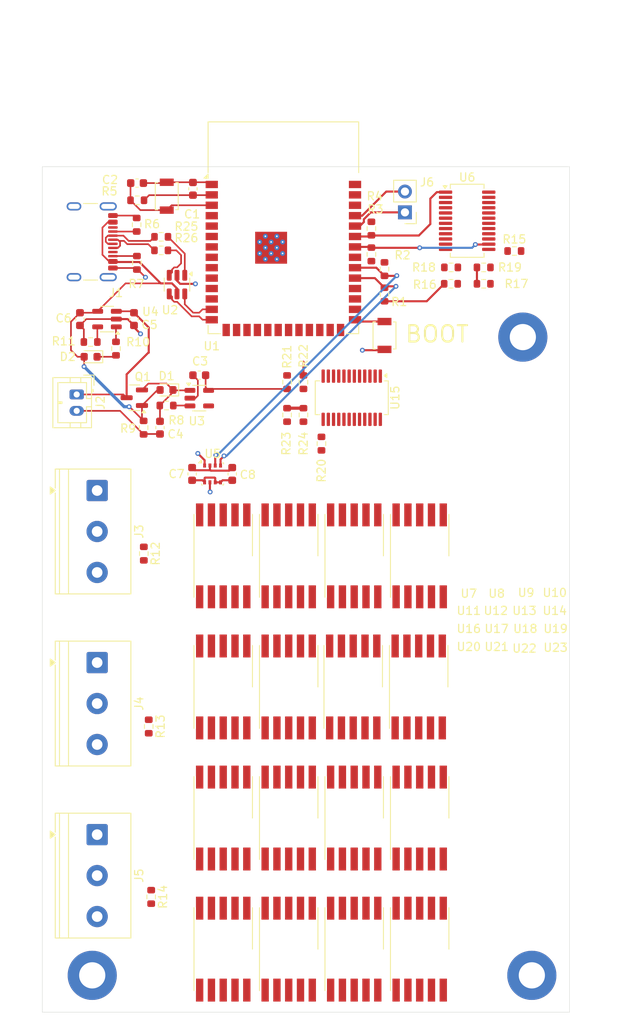
<source format=kicad_pcb>
(kicad_pcb (version 20241229) (generator "pcbnew") (generator_version "9.0")
  (layers (0 "F.Cu" signal) (4 "In1.Cu" signal) (6 "In2.Cu" signal) (2 "B.Cu" signal) (13 "F.Paste" user) (15 "B.Paste" user) (5 "F.SilkS" user "F.Silkscreen") (7 "B.SilkS" user "B.Silkscreen") (1 "F.Mask" user) (3 "B.Mask" user) (25 "Edge.Cuts" user))
  (net 0 "")
  (net 1 "+3V3")
  (net 2 "GND")
  (net 3 "/EN")
  (net 4 "Net-(D1-K)")
  (net 5 "+BATT")
  (net 6 "VBUS")
  (net 7 "Net-(U5-CSB)")
  (net 8 "Net-(D2-K)")
  (net 10 "Net-(J1-CC1)")
  (net 13 "Net-(J1-CC2)")
  (net 15 "/ONEWIRE_0")
  (net 16 "/ONEWIRE_1")
  (net 17 "/ONEWIRE_2")
  (net 18 "Net-(J6-Pin_1)")
  (net 19 "Net-(J6-Pin_2)")
  (net 20 "/SDA0")
  (net 21 "/SCL0")
  (net 22 "/SDA1")
  (net 23 "/SCL1")
  (net 24 "Net-(U3-EN)")
  (net 25 "Net-(U4-STAT)")
  (net 26 "Net-(U4-PROG)")
  (net 27 "Net-(U6-ISET)")
  (net 28 "Net-(U6-KEYA)")
  (net 29 "Net-(U6-KEYB)")
  (net 30 "Net-(U15-ISET)")
  (net 31 "Net-(U15-KEYA)")
  (net 32 "Net-(U15-KEYB)")
  (net 33 "/BOOT")
  (net 45 "/LED_DRIVER_IRQ1")
  (net 48 "/USB_D+")
  (net 54 "/LED_DRIVER_IRQ0")
  (net 55 "/USB_D-")
  (net 61 "/DIG3A")
  (net 62 "/DIG5A")
  (net 63 "/DIG6A")
  (net 64 "/SEGG")
  (net 65 "/SEGDP")
  (net 66 "/DIG1A")
  (net 67 "/SEGA")
  (net 68 "/SEGB")
  (net 69 "/SEGD")
  (net 70 "/DIG0A")
  (net 71 "/SEGE")
  (net 72 "/DIG4A")
  (net 73 "/SEGC")
  (net 74 "/SEGF")
  (net 75 "/DIG7A")
  (net 76 "/DIG2A")
  (net 77 "/DIG4B")
  (net 78 "/DIG7B")
  (net 79 "/DIG2B")
  (net 80 "/DIG5B")
  (net 81 "/DIG3B")
  (net 82 "/DIG1B")
  (net 83 "/DIG0B")
  (net 84 "/DIG6B")
  (net 85 "/000-")
  (net 86 "/001-")
  (net 87 "/001+")
  (net 88 "/000+")
  (footprint "Capacitor_SMD:C_0603_1608Metric" (layer "F.Cu") (at 148.2 65.1 90)
    (property "Reference" "C1")
    (property "Value" "100n")
  )
  (footprint "Resistor_SMD:R_0603_1608Metric" (layer "F.Cu") (at 144.323432 72.613815)
    (property "Reference" "R26")
    (property "Value" "22" (hide yes))
  )
  (footprint "Capacitor_SMD:C_0603_1608Metric" (layer "F.Cu") (at 153 99.9 90)
    (property "Reference" "C8")
    (property "Value" "1u")
  )
  (footprint "Button_Switch_SMD:SW_SPST_B3U-1000P" (layer "F.Cu") (at 145 66 -90)
    (property "Reference" "SW2" (hide yes))
    (property "Value" "SW_Push" (hide yes))
  )
  (footprint "Resistor_SMD:R_0603_1608Metric" (layer "F.Cu") (at 141.35531 74.131346 -90)
    (property "Reference" "R7")
    (property "Value" "5k1" (hide yes))
  )
  (footprint "Display_7Segment:KCSC02-105" (layer "F.Cu") (at 175.9 109.9 -90)
    (property "Reference" "U10")
    (property "Value" "KCSC02-105" (hide yes))
  )
  (footprint "Display_7Segment:KCSC02-105" (layer "F.Cu") (at 151.9 141.9 -90)
    (property "Reference" "U16")
    (property "Value" "KCSC02-105" (hide yes))
  )
  (footprint "Display_7Segment:KCSC02-105" (layer "F.Cu") (at 167.9 141.9 -90)
    (property "Reference" "U18")
    (property "Value" "KCSC02-105" (hide yes))
  )
  (footprint "Package_TO_SOT_SMD:SOT-23" (layer "F.Cu") (at 141.0375 90.6 180)
    (property "Reference" "Q1")
    (property "Value" "DMG2302U")
  )
  (footprint "Resistor_SMD:R_0603_1608Metric" (layer "F.Cu") (at 159.7 92.7 90)
    (property "Reference" "R23")
    (property "Value" "10k")
  )
  (footprint "Display_7Segment:KCSC02-105" (layer "F.Cu") (at 159.9 109.9 -90)
    (property "Reference" "U8")
    (property "Value" "KCSC02-105" (hide yes))
  )
  (footprint "Package_TO_SOT_SMD:SOT-23-6" (layer "F.Cu") (at 146.252877 76.789555 -90)
    (property "Reference" "U2")
    (property "Value" "USBLC6-2SC6" (hide yes))
  )
  (footprint "Resistor_SMD:R_0603_1608Metric" (layer "F.Cu") (at 159.7 88.7 90)
    (property "Reference" "R21")
    (property "Value" "10k")
  )
  (footprint "Resistor_SMD:R_0603_1608Metric" (layer "F.Cu") (at 161.7 92.7 -90)
    (property "Reference" "R24")
    (property "Value" "0")
  )
  (footprint "Resistor_SMD:R_0603_1608Metric" (layer "F.Cu") (at 135.7 83.8)
    (property "Reference" "R11")
    (property "Value" "10k")
  )
  (footprint "Resistor_SMD:R_0603_1608Metric" (layer "F.Cu") (at 138.8 84.6 90)
    (property "Reference" "R10")
    (property "Value" "470")
  )
  (footprint "Package_TO_SOT_SMD:SOT-23-5" (layer "F.Cu") (at 137.7 81 180)
    (property "Reference" "U4")
    (property "Value" "MCP73831-2-OT")
  )
  (footprint "Capacitor_SMD:C_0603_1608Metric" (layer "F.Cu") (at 141.375 64.4)
    (property "Reference" "C2")
    (property "Value" "1u")
  )
  (footprint "Display_7Segment:KCSC02-105" (layer "F.Cu") (at 175.9 141.9 -90)
    (property "Reference" "U19")
    (property "Value" "KCSC02-105" (hide yes))
  )
  (footprint "Resistor_SMD:R_0603_1608Metric" (layer "F.Cu") (at 170 73.1 90)
    (property "Reference" "R3")
    (property "Value" "4k7")
  )
  (footprint "Capacitor_SMD:C_0603_1608Metric" (layer "F.Cu") (at 144.175 94.25 90)
    (property "Reference" "C4")
    (property "Value" "1u")
  )
  (footprint "Display_7Segment:KCSC02-105" (layer "F.Cu") (at 175.9 157.9 -90)
    (property "Reference" "U23")
    (property "Value" "KCSC02-105" (hide yes))
  )
  (footprint "Resistor_SMD:R_0603_1608Metric" (layer "F.Cu") (at 163.9 96.2 -90)
    (property "Reference" "R20")
    (property "Value" "13k3")
  )
  (footprint "PCM_SL_Mechanical:MountingHole_3.2mm_Pad" (layer "F.Cu") (at 135.9 161.1)
    (property "Reference" "H3" (hide yes))
    (property "Value" "MountingHole_M3_3.2mm_Pad")
  )
  (footprint "Package_TO_SOT_SMD:SOT-23-5" (layer "F.Cu") (at 148.975 90.65)
    (property "Reference" "U3")
    (property "Value" "AP2112K-3.3")
  )
  (footprint "PCM_SL_Mechanical:MountingHole_3.2mm_Pad" (layer "F.Cu") (at 188.5 83.2)
    (property "Reference" "H1" (hide yes))
    (property "Value" "MountingHole_M3_3.2mm_Pad")
  )
  (footprint "Resistor_SMD:R_0603_1608Metric" (layer "F.Cu") (at 183.7175 76.6925 180)
    (property "Reference" "R17")
    (property "Value" "10k")
  )
  (footprint "TerminalBlock_Phoenix:TerminalBlock_Phoenix_PT-1,5-3-5.0-H_1x03_P5.00mm_Horizontal" (layer "F.Cu") (at 136.5 101.925 -90)
    (property "Reference" "J3")
    (property "Value" "Screw_Terminal_3_P5.00mm")
  )
  (footprint "Resistor_SMD:R_0603_1608Metric" (layer "F.Cu") (at 179.7175 76.6925)
    (property "Reference" "R16")
    (property "Value" "10k")
  )
  (footprint "LED_SMD:LED_0603_1608Metric" (layer "F.Cu") (at 135.7 85.6 180)
    (property "Reference" "D2")
    (property "Value" "LED")
  )
  (footprint "Display_7Segment:KCSC02-105" (layer "F.Cu") (at 159.9 157.9 -90)
    (property "Reference" "U21")
    (property "Value" "KCSC02-105" (hide yes))
  )
  (footprint "Package_LGA:Bosch_LGA-8_2.5x2.5mm_P0.65mm_ClockwisePinNumbering" (layer "F.Cu") (at 150.6 99.9)
    (property "Reference" "U5")
    (property "Value" "BME280")
  )
  (footprint "Button_Switch_SMD:SW_SPST_B3U-1000P" (layer "F.Cu") (at 171.6 83 90)
    (property "Reference" "SW1" (hide yes))
    (property "Value" "SW_Push" (hide yes))
  )
  (footprint "Resistor_SMD:R_0603_1608Metric" (layer "F.Cu") (at 142.8 130.725 -90)
    (property "Reference" "R13")
    (property "Value" "5k1")
  )
  (footprint "Package_SO:QSOP-24_3.9x8.7mm_P0.635mm" (layer "F.Cu") (at 167.6 90.6 -90)
    (property "Reference" "U15")
    (property "Value" "AS1115-BSST")
  )
  (footprint "TerminalBlock_Phoenix:TerminalBlock_Phoenix_PT-1,5-3-5.0-H_1x03_P5.00mm_Horizontal" (layer "F.Cu") (at 136.5 143.925 -90)
    (property "Reference" "J5")
    (property "Value" "Screw_Terminal_3_P5.00mm")
  )
  (footprint "Display_7Segment:KCSC02-105" (layer "F.Cu") (at 167.9 109.9 -90)
    (property "Reference" "U9")
    (property "Value" "KCSC02-105" (hide yes))
  )
  (footprint "Package_SO:QSOP-24_3.9x8.7mm_P0.635mm" (layer "F.Cu") (at 181.7 69)
    (property "Reference" "U6")
    (property "Value" "AS1115-BSST")
  )
  (footprint "Display_7Segment:KCSC02-105" (layer "F.Cu") (at 151.9 125.9 -90)
    (property "Reference" "U11")
    (property "Value" "KCSC02-105" (hide yes))
  )
  (footprint "Resistor_SMD:R_0603_1608Metric" (layer "F.Cu") (at 142.175 94.25 -90)
    (property "Reference" "R9")
    (property "Value" "100k")
  )
  (footprint "Connector_JST:JST_PH_B2B-PH-K_1x02_P2.00mm_Vertical" (layer "F.Cu") (at 134 90.2 -90)
    (property "Reference" "J2")
    (property "Value" "Conn_01x02_Pin")
  )
  (footprint "Capacitor_SMD:C_0603_1608Metric" (layer "F.Cu") (at 134.4 81 -90)
    (property "Reference" "C6")
    (property "Value" "4u7")
  )
  (footprint "RF_Module:ESP32-S3-WROOM-1" (layer "F.Cu") (at 159.25 69.83)
    (property "Reference" "U1")
    (property "Value" "ESP32-S3-WROOM-1")
  )
  (footprint "Resistor_SMD:R_0603_1608Metric" (layer "F.Cu") (at 144.327497 70.960433)
    (property "Reference" "R25")
    (property "Value" "22" (hide yes))
  )
  (footprint "Resistor_SMD:R_0603_1608Metric" (layer "F.Cu") (at 141.325991 69.485908 90)
    (property "Reference" "R6")
    (property "Value" "5k1" (hide yes))
  )
  (footprint "Display_7Segment:KCSC02-105" (layer "F.Cu") (at 167.9 157.9 -90)
    (property "Reference" "U22")
    (property "Value" "KCSC02-105" (hide yes))
  )
  (footprint "Display_7Segment:KCSC02-105" (layer "F.Cu") (at 151.9 109.9 -90)
    (property "Reference" "U7")
    (property "Value" "KCSC02-105" (hide yes))
  )
  (footprint "Resistor_SMD:R_0603_1608Metric" (layer "F.Cu") (at 142.2 109.625 -90)
    (property "Reference" "R12")
    (property "Value" "5k1")
  )
  (footprint "TerminalBlock_Phoenix:TerminalBlock_Phoenix_PT-1,5-3-5.0-H_1x03_P5.00mm_Horizontal" (layer "F.Cu") (at 136.5 122.925 -90)
    (property "Reference" "J4")
    (property "Value" "Screw_Terminal_3_P5.00mm")
  )
  (footprint "Display_7Segment:KCSC02-105" (layer "F.Cu") (at 167.78 125.9 -90)
    (property "Reference" "U13")
    (property "Value" "KCSC02-105" (hide yes))
  )
  (footprint "Resistor_SMD:R_0603_1608Metric" (layer "F.Cu") (at 171.6 74.9 -90)
    (property "Reference" "R2")
    (property "Value" "4k7")
  )
  (footprint "Resistor_SMD:R_0603_1608Metric" (layer "F.Cu") (at 141.4 66.5 180)
    (property "Reference" "R5")
    (property "Value" "R")
  )
  (footprint "Display_7Segment:KCSC02-105" (layer "F.Cu") (at 159.9 141.9 -90)
    (property "Reference" "U17")
    (property "Value" "KCSC02-105" (hide yes))
  )
  (footprint "Resistor_SMD:R_0603_1608Metric" (layer "F.Cu") (at 171.6 78 90)
    (property "Reference" "R1")
    (property "Value" "4k7")
  )
  (footprint "Resistor_SMD:R_0603_1608Metric" (layer "F.Cu") (at 161.7 88.7 90)
    (property "Reference" "R22")
    (property "Value" "0")
  )
  (footprint "Resistor_SMD:R_0603_1608Metric" (layer "F.Cu") (at 187.4625 72.6925)
    (property "Reference" "R15")
    (property "Value" "13k3")
  )
  (footprint "Resistor_SMD:R_0603_1608Metric" (layer "F.Cu") (at 183.7175 74.6925)
    (property "Reference" "R19")
    (property "Value" "0" (hide yes))
  )
  (footprint "Display_7Segment:KCSC02-105" (layer "F.Cu") (at 151.9 157.9 -90)
    (property "Reference" "U20")
    (property "Value" "KCSC02-105" (hide yes))
  )
  (footprint "Display_7Segment:KCSC02-105" (layer "F.Cu") (at 159.9 125.9 -90)
    (property "Reference" "U12")
    (property "Value" "KCSC02-105" (hide yes))
  )
  (footprint "PCM_SL_Mechanical:MountingHole_3.2mm_Pad" (layer "F.Cu") (at 189.6 161.1)
    (property "Reference" "H2" (hide yes))
    (property "Value" "MountingHole_M3_3.2mm_Pad")
  )
  (footprint "Capacitor_SMD:C_0603_1608Metric" (layer "F.Cu") (at 148.1 99.9 90)
    (property "Reference" "C7")
    (property "Value" "1u")
  )
  (footprint "Display_7Segment:KCSC02-105" (layer "F.Cu") (at 175.78 125.9 -90)
    (property "Reference" "U14")
    (property "Value" "KCSC02-105" (hide yes))
  )
  (footprint "Resistor_SMD:R_0603_1608Metric" (layer "F.Cu") (at 170 69.95 -90)
    (property "Reference" "R4")
    (property "Value" "4k7")
  )
  (footprint "Connector_PinHeader_2.54mm:PinHeader_1x02_P2.54mm_Vertical" (layer "F.Cu") (at 174.1 67.975 180)
    (property "Reference" "J6")
    (property "Value" "Conn_01x02_Pin")
  )
  (footprint "Resistor_SMD:R_0603_1608Metric" (layer "F.Cu") (at 179.7375 74.6925 180)
    (property "Reference" "R18")
    (property "Value" "0")
  )
  (footprint "Connector_USB:USB_C_Receptacle_GCT_USB4105-xx-A_16P_TopMnt_Horizontal" (layer "F.Cu") (at 134.743686 71.566741 -90)
    (property "Reference" "J1")
    (property "Value" "USB_C_Receptacle_USB2.0_16P" (hide yes))
  )
  (footprint "Resistor_SMD:R_0603_1608Metric" (layer "F.Cu") (at 143.1 151.525 -90)
    (property "Reference" "R14")
    (property "Value" "5k1")
  )
  (footprint "Capacitor_SMD:C_0603_1608Metric" (layer "F.Cu") (at 148.975 87.85 180)
    (property "Reference" "C3")
    (property "Value" "1u")
  )
  (footprint "Diode_SMD:D_0603_1608Metric" (layer "F.Cu") (at 144.975 89.65 180)
    (property "Reference" "D1")
    (property "Value" "D_Schottky")
  )
  (footprint "Capacitor_SMD:C_0603_1608Metric" (layer "F.Cu") (at 141 81 -90)
    (property "Reference" "C5")
    (property "Value" "4u7")
  )
  (footprint "Resistor_SMD:R_0603_1608Metric" (layer "F.Cu") (at 144.975 91.55)
    (property "Reference" "R8")
    (property "Value" "100k")
  )
  (gr_rect (start 129.8 62.4) (end 194.2 165.6) (stroke (width 0.05)) (fill no) (layer "Edge.Cuts"))
  (gr_text "BOOT" (at 174 84 0) (layer "F.SilkS") (effects (font (size 2 2) (thickness 0.25)) (justify left bottom)))
  (segment (start 151.825 100.675) (end 151.575 100.925) (width 0.254) (layer "F.Cu") (net 1))
  (segment (start 148.2 65.875) (end 150.465 65.875) (width 0.2) (layer "F.Cu") (net 1))
  (segment (start 149.75 87.85) (end 149.75 89.3375) (width 0.2) (layer "F.Cu") (net 1))
  (segment (start 150.465 65.875) (end 150.5 65.84) (width 0.2) (layer "F.Cu") (net 1))
  (segment (start 149.75 89.3375) (end 150.1125 89.7) (width 0.2) (layer "F.Cu") (net 1))
  (segment (start 142.85 65.875) (end 148.2 65.875) (width 0.2) (layer "F.Cu") (net 1))
  (segment (start 149.375 100.675) (end 149.625 100.925) (width 0.254) (layer "F.Cu") (net 1))
  (segment (start 150.925 100.421) (end 150.851 100.347) (width 0.254) (layer "F.Cu") (net 1))
  (segment (start 171.6 78.825) (end 176.76 78.825) (width 0.254) (layer "F.Cu") (net 1))
  (segment (start 150.4 89.7) (end 150.575 89.525) (width 0.2) (layer "F.Cu") (net 1))
  (segment (start 153 100.675) (end 151.825 100.675) (width 0.254) (layer "F.Cu") (net 1))
  (segment (start 149.699 100.347) (end 149.625 100.421) (width 0.254) (layer "F.Cu") (net 1))
  (segment (start 142.225 66.5) (end 142.85 65.875) (width 0.2) (layer "F.Cu") (net 1))
  (segment (start 150.575 89.525) (end 159.7 89.525) (width 0.2) (layer "F.Cu") (net 1))
  (segment (start 176.76 78.825) (end 178.8925 76.6925) (width 0.254) (layer "F.Cu") (net 1))
  (segment (start 150.1125 89.7) (end 150.4 89.7) (width 0.2) (layer "F.Cu") (net 1))
  (segment (start 148.1 100.675) (end 149.375 100.675) (width 0.254) (layer "F.Cu") (net 1))
  (segment (start 149.625 100.421) (end 149.625 100.925) (width 0.254) (layer "F.Cu") (net 1))
  (segment (start 150.851 100.347) (end 149.699 100.347) (width 0.254) (layer "F.Cu") (net 1))
  (segment (start 150.925 100.925) (end 150.925 100.421) (width 0.254) (layer "F.Cu") (net 1))
  (segment (start 151.575 100.925) (end 150.925 100.925) (width 0.254) (layer "F.Cu") (net 1))
  (segment (start 144.9 64.4) (end 145 64.3) (width 0.2) (layer "F.Cu") (net 2))
  (segment (start 141.35531 74.956346) (end 141.456346 74.956346) (width 0.2) (layer "F.Cu") (net 2))
  (segment (start 146.638323 76.7) (end 148.5 76.7) (width 0.254) (layer "F.Cu") (net 2))
  (segment (start 135.175 81) (end 138.8375 81) (width 0.2) (layer "F.Cu") (net 2))
  (segment (start 145 64.3) (end 150.23 64.3) (width 0.2) (layer "F.Cu") (net 2))
  (segment (start 139.3 92.2) (end 142.175 95.075) (width 0.2) (layer "F.Cu") (net 2))
  (segment (start 149.625 98.875) (end 149.625 98.225) (width 0.254) (layer "F.Cu") (net 2))
  (segment (start 134.4 81.775) (end 135.175 81) (width 0.2) (layer "F.Cu") (net 2))
  (segment (start 146.252877 76.314554) (end 146.638323 76.7) (width 0.254) (layer "F.Cu") (net 2))
  (segment (start 148.499999 90.65) (end 147.8375 90.65) (width 0.2) (layer "F.Cu") (net 2))
  (segment (start 134.875 82.25) (end 134.4 81.775) (width 0.2) (layer "F.Cu") (net 2))
  (segment (start 141.165705 74.766741) (end 141.35531 74.956346) (width 0.2) (layer "F.Cu") (net 2))
  (segment (start 148.2 87.85) (end 148.8 88.45) (width 0.2) (layer "F.Cu") (net 2))
  (segment (start 142.15 64.4) (end 144.9 64.4) (width 0.2) (layer "F.Cu") (net 2))
  (segment (start 142.225 95.025) (end 142.175 95.075) (width 0.2) (layer "F.Cu") (net 2))
  (segment (start 148.8 88.45) (end 148.8 90.349999) (width 0.2) (layer "F.Cu") (net 2))
  (segment (start 148.8 90.349999) (end 148.499999 90.65) (width 0.2) (layer "F.Cu") (net 2))
  (segment (start 134.875 83.8) (end 134.875 82.25) (width 0.2) (layer "F.Cu") (net 2))
  (segment (start 141 82) (end 141.8 82.8) (width 0.254) (layer "F.Cu") (net 2))
  (segment (start 144.175 95.025) (end 142.225 95.025) (width 0.2) (layer "F.Cu") (net 2))
  (segment (start 141.031824 68.366741) (end 141.325991 68.660908) (width 0.2) (layer "F.Cu") (net 2))
  (segment (start 171.6 84.7) (end 171.5 84.8) (width 0.254) (layer "F.Cu") (net 2))
  (segment (start 146.252877 75.652055) (end 146.252877 76.314554) (width 0.254) (layer "F.Cu") (net 2))
  (segment (start 140.225 81) (end 138.8375 81) (width 0.254) (layer "F.Cu") (net 2))
  (segment (start 134 92.2) (end 139.3 92.2) (width 0.2) (layer "F.Cu") (net 2))
  (segment (start 161.7 87.875) (end 161.7 86.2) (width 0.254) (layer "F.Cu") (net 2))
  (segment (start 138.423686 68.366741) (end 141.031824 68.366741) (width 0.2) (layer "F.Cu") (net 2))
  (segment (start 141.456346 74.956346) (end 142.4 75.9) (width 0.2) (layer "F.Cu") (net 2))
  (segment (start 171.5 84.8) (end 168.9 84.8) (width 0.254) (layer "F.Cu") (net 2))
  (segment (start 141 81.775) (end 140.225 81) (width 0.254) (layer "F.Cu") (net 2))
  (segment (start 141 81.775) (end 141 82) (width 0.254) (layer "F.Cu") (net 2))
  (segment (start 150.23 64.3) (end 150.5 64.57) (width 0.2) (layer "F.Cu") (net 2))
  (segment (start 138.423686 74.766741) (end 141.165705 74.766741) (width 0.2) (layer "F.Cu") (net 2))
  (segment (start 149.625 98.225) (end 148.8 97.4) (width 0.254) (layer "F.Cu") (net 2))
  (segment (start 150.275 102.075) (end 150.3 102.1) (width 0.254) (layer "F.Cu") (net 2))
  (segment (start 150.275 100.925) (end 150.275 102.075) (width 0.254) (layer "F.Cu") (net 2))
  (via (at 148.5 76.7) (size 0.6) (drill 0.3) (layers "F.Cu" "B.Cu") (net 2))
  (via (at 148.8 97.4) (size 0.6) (drill 0.3) (layers "F.Cu" "B.Cu") (net 2))
  (via (at 142.4 75.9) (size 0.6) (drill 0.3) (layers "F.Cu" "B.Cu") (net 2))
  (via (at 150.3 102.1) (size 0.6) (drill 0.3) (layers "F.Cu" "B.Cu") (net 2))
  (via (at 168.9 84.8) (size 0.6) (drill 0.3) (layers "F.Cu" "B.Cu") (net 2))
  (via (at 141.8 82.8) (size 0.6) (drill 0.3) (layers "F.Cu" "B.Cu") (net 2))
  (segment (start 140.575 66.5) (end 140.575 64.425) (width 0.2) (layer "F.Cu") (net 3))
  (segment (start 140.575 64.425) (end 140.6 64.4) (width 0.2) (layer "F.Cu") (net 3))
  (segment (start 145.59 67.11) (end 150.5 67.11) (width 0.2) (layer "F.Cu") (net 3))
  (segment (start 141.775 67.7) (end 145 67.7) (width 0.2) (layer "F.Cu") (net 3))
  (segment (start 145 67.7) (end 145.59 67.11) (width 0.2) (layer "F.Cu") (net 3))
  (segment (start 140.575 66.5) (end 141.775 67.7) (width 0.2) (layer "F.Cu") (net 3))
  (segment (start 141.975 89.65) (end 142.751 88.874) (width 0.2) (layer "F.Cu") (net 4))
  (segment (start 144.9865 88.874) (end 145.7625 89.65) (width 0.2) (layer "F.Cu") (net 4))
  (segment (start 144.175 93.475) (end 144.175 91.575) (width 0.2) (layer "F.Cu") (net 4))
  (segment (start 145.7625 89.9375) (end 145.7625 89.65) (width 0.2) (layer "F.Cu") (net 4))
  (segment (start 142.751 88.874) (end 144.9865 88.874) (width 0.2) (layer "F.Cu") (net 4))
  (segment (start 147.8375 89.7) (end 145.8125 89.7) (width 0.2) (layer "F.Cu") (net 4))
  (segment (start 145.8125 89.7) (end 145.7625 89.65) (width 0.2) (layer "F.Cu") (net 4))
  (segment (start 144.175 91.575) (end 144.15 91.55) (width 0.2) (layer "F.Cu") (net 4))
  (segment (start 144.15 91.55) (end 145.7625 89.9375) (width 0.2) (layer "F.Cu") (net 4))
  (segment (start 140.825 80.05) (end 141 80.225) (width 0.2) (layer "F.Cu") (net 5))
  (segment (start 142.749943 85.1) (end 142.8 85.1) (width 0.254) (layer "F.Cu") (net 5))
  (segment (start 138.8375 80.05) (end 140.825 80.05) (width 0.2) (layer "F.Cu") (net 5))
  (segment (start 142.8 85.1) (end 142.8 82.025) (width 0.254) (layer "F.Cu") (net 5))
  (segment (start 140.1 90.6) (end 140.1 87.749943) (width 0.254) (layer "F.Cu") (net 5))
  (segment (start 140.1 87.749943) (end 142.749943 85.1) (width 0.254) (layer "F.Cu") (net 5))
  (segment (start 142.8 82.025) (end 141 80.225) (width 0.254) (layer "F.Cu") (net 5))
  (segment (start 134 90.2) (end 139.7 90.2) (width 0.2) (layer "F.Cu") (net 5))
  (segment (start 139.7 90.2) (end 140.1 90.6) (width 0.2) (layer "F.Cu") (net 5))
  (segment (start 144.268765 76.642555) (end 141.660556 74.034346) (width 0.254) (layer "F.Cu") (net 6))
  (segment (start 137.814694 69.166741) (end 138.423686 69.166741) (width 0.2) (layer "F.Cu") (net 6))
  (segment (start 138.423686 73.966741) (end 137.964862 73.966741) (width 0.2) (layer "F.Cu") (net 6))
  (segment (start 134.1 85.6) (end 133.3 84.8) (width 0.2) (layer "F.Cu") (net 6))
  (segment (start 141.975 91.55) (end 143.875 89.65) (width 0.2) (layer "F.Cu") (net 6))
  (segment (start 137.146686 69.834749) (end 137.814694 69.166741) (width 0.2) (layer "F.Cu") (net 6))
  (segment (start 141.975 93.225) (end 142.175 93.425) (width 0.2) (layer "F.Cu") (net 6))
  (segment (start 146.252877 77.252877) (end 145.642555 76.642555) (width 0.254) (layer "F.Cu") (net 6))
  (segment (start 134.4 80.225) (end 136.3875 80.225) (width 0.2) (layer "F.Cu") (net 6))
  (segment (start 134.9125 85.6) (end 134.1 85.6) (width 0.2) (layer "F.Cu") (net 6))
  (segment (start 145.642555 76.642555) (end 144.268765 76.642555) (width 0.254) (layer "F.Cu") (net 6))
  (segment (start 137.964862 73.966741) (end 137.146686 73.148565) (width 0.2) (layer "F.Cu") (net 6))
  (segment (start 133.3 84.8) (end 133.3 81.325) (width 0.2) (layer "F.Cu") (net 6))
  (segment (start 133.3 81.325) (end 134.4 80.225) (width 0.2) (layer "F.Cu") (net 6))
  (segment (start 142.175 93.425) (end 140.45 91.7) (width 0.2) (layer "F.Cu") (net 6))
  (segment (start 139.969945 76.642555) (end 144.268765 76.642555) (width 0.2) (layer "F.Cu") (net 6))
  (segment (start 134.9125 85.6) (end 134.9125 86.7875) (width 0.2) (layer "F.Cu") (net 6))
  (segment (start 137.146686 73.148565) (end 137.146686 69.834749) (width 0.2) (layer "F.Cu") (net 6))
  (segment (start 140.45 91.7) (end 140.4 91.7) (width 0.2) (layer "F.Cu") (net 6))
  (segment (start 141.975 91.55) (end 141.975 93.225) (width 0.2) (layer "F.Cu") (net 6))
  (segment (start 136.5625 80.05) (end 139.969945 76.642555) (width 0.2) (layer "F.Cu") (net 6))
  (segment (start 134.9125 86.7875) (end 134.9 86.8) (width 0.2) (layer "F.Cu") (net 6))
  (segment (start 138.491291 74.034346) (end 138.423686 73.966741) (width 0.254) (layer "F.Cu") (net 6))
  (segment (start 136.3875 80.225) (end 136.5625 80.05) (width 0.2) (layer "F.Cu") (net 6))
  (segment (start 143.875 89.65) (end 144.1875 89.65) (width 0.2) (layer "F.Cu") (net 6))
  (segment (start 141.660556 74.034346) (end 138.491291 74.034346) (width 0.254) (layer "F.Cu") (net 6))
  (segment (start 146.252877 77.927055) (end 146.252877 77.252877) (width 0.254) (layer "F.Cu") (net 6))
  (via (at 134.9 86.8) (size 0.6) (drill 0.3) (layers "F.Cu" "B.Cu") (net 6))
  (via (at 140.4 91.7) (size 0.6) (drill 0.3) (layers "F.Cu" "B.Cu") (net 6))
  (segment (start 139.8 91.7) (end 134.9 86.8) (width 0.381) (layer "B.Cu") (net 6))
  (segment (start 140.4 91.7) (end 139.8 91.7) (width 0.381) (layer "B.Cu") (net 6))
  (segment (start 153 99.125) (end 152.625 99.5) (width 0.254) (layer "F.Cu") (net 7))
  (segment (start 148.1 99.125) (end 148.428 99.453) (width 0.254) (layer "F.Cu") (net 7))
  (segment (start 150.396 99.5) (end 150.275 99.379) (width 0.254) (layer "F.Cu") (net 7))
  (segment (start 150.201 99.453) (end 150.275 99.379) (width 0.254) (layer "F.Cu") (net 7))
  (segment (start 148.428 99.453) (end 150.201 99.453) (width 0.254) (layer "F.Cu") (net 7))
  (segment (start 150.275 99.379) (end 150.275 98.875) (width 0.254) (layer "F.Cu") (net 7))
  (segment (start 152.625 99.5) (end 150.396 99.5) (width 0.254) (layer "F.Cu") (net 7))
  (segment (start 136.4875 85.6) (end 138.625 85.6) (width 0.2) (layer "F.Cu") (net 8))
  (segment (start 138.625 85.6) (end 138.8 85.425) (width 0.2) (layer "F.Cu") (net 8))
  (segment (start 141.320158 70.316741) (end 141.325991 70.310908) (width 0.2) (layer "F.Cu") (net 10))
  (segment (start 138.423686 70.316741) (end 141.320158 70.316741) (width 0.2) (layer "F.Cu") (net 10))
  (segment (start 138.434081 73.306346) (end 138.423686 73.316741) (width 0.2) (layer "F.Cu") (net 13))
  (segment (start 141.35531 73.306346) (end 138.434081 73.306346) (width 0.2) (layer "F.Cu") (net 13))
  (segment (start 168 69.65) (end 168.586 69.65) (width 0.254) (layer "F.Cu") (net 18))
  (segment (start 168.586 69.65) (end 169.078 69.158) (width 0.254) (layer "F.Cu") (net 18))
  (segment (start 169.078 68.819754) (end 169.922754 67.975) (width 0.254) (layer "F.Cu") (net 18))
  (segment (start 169.078 69.158) (end 169.078 68.819754) (width 0.254) (layer "F.Cu") (net 18))
  (segment (start 169.922754 67.975) (end 174.1 67.975) (width 0.254) (layer "F.Cu") (net 18))
  (segment (start 171.819286 65.435) (end 174.1 65.435) (width 0.254) (layer "F.Cu") (net 19))
  (segment (start 168 68.38) (end 168.874286 68.38) (width 0.254) (layer "F.Cu") (net 19))
  (segment (start 168.874286 68.38) (end 171.819286 65.435) (width 0.254) (layer "F.Cu") (net 19))
  (segment (start 177.2 66.3) (end 177.9925 65.5075) (width 0.254) (layer "F.Cu") (net 20))
  (segment (start 170.025 70.8) (end 175.8 70.8) (width 0.254) (layer "F.Cu") (net 20))
  (segment (start 177.9925 65.5075) (end 179.0625 65.5075) (width 0.254) (layer "F.Cu") (net 20))
  (segment (start 170 70.775) (end 170.025 70.8) (width 0.254) (layer "F.Cu") (net 20))
  (segment (start 175.8 70.8) (end 177.2 69.4) (width 0.254) (layer "F.Cu") (net 20))
  (segment (start 168 70.92) (end 169.855 70.92) (width 0.254) (layer "F.Cu") (net 20))
  (segment (start 169.855 70.92) (end 170 70.775) (width 0.254) (layer "F.Cu") (net 20))
  (segment (start 177.2 69.4) (end 177.2 66.3) (width 0.254) (layer "F.Cu") (net 20))
  (segment (start 170 72.275) (end 170.025 72.3) (width 0.254) (layer "F.Cu") (net 21))
  (segment (start 184.295 71.9) (end 184.3375 71.8575) (width 0.254) (layer "F.Cu") (net 21))
  (segment (start 168 72.19) (end 169.915 72.19) (width 0.254) (layer "F.Cu") (net 21))
  (segment (start 169.915 72.19) (end 170 72.275) (width 0.254) (layer "F.Cu") (net 21))
  (segment (start 182.7 71.9) (end 184.295 71.9) (width 0.254) (layer "F.Cu") (net 21))
  (segment (start 170.025 72.3) (end 175.9 72.3) (width 0.254) (layer "F.Cu") (net 21))
  (via (at 182.7 71.9) (size 0.6) (drill 0.3) (layers "F.Cu" "B.Cu") (net 21))
  (via (at 175.9 72.3) (size 0.6) (drill 0.3) (layers "F.Cu" "B.Cu") (net 21))
  (segment (start 182.3 72.3) (end 182.7 71.9) (width 0.254) (layer "B.Cu") (net 21))
  (segment (start 175.9 72.3) (end 182.3 72.3) (width 0.254) (layer "B.Cu") (net 21))
  (segment (start 173.075 75.725) (end 173.1 75.7) (width 0.254) (layer "F.Cu") (net 22))
  (segment (start 150.925 98.875) (end 150.925 97.675) (width 0.254) (layer "F.Cu") (net 22))
  (segment (start 171.6 75.725) (end 170.605 74.73) (width 0.254) (layer "F.Cu") (net 22))
  (segment (start 150.925 97.675) (end 151 97.6) (width 0.254) (layer "F.Cu") (net 22))
  (segment (start 167.93 74.8) (end 168 74.73) (width 0.254) (layer "F.Cu") (net 22))
  (segment (start 170.605 74.73) (end 168 74.73) (width 0.254) (layer "F.Cu") (net 22))
  (segment (start 171.6 75.725) (end 173.075 75.725) (width 0.254) (layer "F.Cu") (net 22))
  (via (at 151 97.6) (size 0.6) (drill 0.3) (layers "F.Cu" "B.Cu") (net 22))
  (via (at 173.1 75.7) (size 0.6) (drill 0.3) (layers "F.Cu" "B.Cu") (net 22))
  (segment (start 151.2 97.6) (end 151 97.6) (width 0.254) (layer "B.Cu") (net 22))
  (segment (start 173.1 75.7) (end 151.2 97.6) (width 0.254) (layer "B.Cu") (net 22))
  (segment (start 170.425 76) (end 168 76) (width 0.254) (layer "F.Cu") (net 23))
  (segment (start 171.775 77) (end 171.6 77.175) (width 0.254) (layer "F.Cu") (net 23))
  (segment (start 151.575 98.125) (end 152 97.7) (width 0.254) (layer "F.Cu") (net 23))
  (segment (start 173 77) (end 171.775 77) (width 0.254) (layer "F.Cu") (net 23))
  (segment (start 151.575 98.875) (end 151.575 98.125) (width 0.254) (layer "F.Cu") (net 23))
  (segment (start 171.6 77.175) (end 170.425 76) (width 0.254) (layer "F.Cu") (net 23))
  (via (at 173 77) (size 0.6) (drill 0.3) (layers "F.Cu" "B.Cu") (net 23))
  (via (at 152 97.7) (size 0.6) (drill 0.3) (layers "F.Cu" "B.Cu") (net 23))
  (segment (start 152.3 97.7) (end 173 77) (width 0.254) (layer "B.Cu") (net 23))
  (segment (start 152 97.7) (end 152.3 97.7) (width 0.254) (layer "B.Cu") (net 23))
  (segment (start 145.8 91.55) (end 147.7875 91.55) (width 0.2) (layer "F.Cu") (net 24))
  (segment (start 147.7875 91.55) (end 147.8375 91.6) (width 0.2) (layer "F.Cu") (net 24))
  (segment (start 138.8 81.9875) (end 138.8375 81.95) (width 0.2) (layer "F.Cu") (net 25))
  (segment (start 138.8 83.775) (end 138.8 81.9875) (width 0.2) (layer "F.Cu") (net 25))
  (segment (start 136.525 81.9875) (end 136.5625 81.95) (width 0.2) (layer "F.Cu") (net 26))
  (segment (start 136.525 83.8) (end 136.525 81.9875) (width 0.2) (layer "F.Cu") (net 26))
  (segment (start 182.8925 76.6925) (end 182.8925 74.6925) (width 0.254) (layer "F.Cu") (net 29))
  (segment (start 159.7 91.875) (end 161.7 91.875) (width 0.381) (layer "F.Cu") (net 32))
  (segment (start 171.6 81.3) (end 168.22 81.3) (width 0.254) (layer "F.Cu") (net 33))
  (segment (start 168.22 81.3) (end 168 81.08) (width 0.254) (layer "F.Cu") (net 33))
  (segment (start 145.651877 78.630523) (end 145.911909 78.890555) (width 0.2) (layer "F.Cu") (net 48))
  (segment (start 145.302877 77.927055) (end 145.651877 78.276055) (width 0.2) (layer "F.Cu") (net 48))
  (segment (start 145.911909 78.890555) (end 146.266377 78.890555) (width 0.2) (layer "F.Cu") (net 48))
  (segment (start 148.964999 80.67) (end 149.374999 81.08) (width 0.2) (layer "F.Cu") (net 48))
  (segment (start 148.045822 80.67) (end 148.964999 80.67) (width 0.2) (layer "F.Cu") (net 48))
  (segment (start 149.374999 81.08) (end 150.5 81.08) (width 0.2) (layer "F.Cu") (net 48))
  (segment (start 145.651877 78.276055) (end 145.651877 78.630523) (width 0.2) (layer "F.Cu") (net 48))
  (segment (start 146.266377 78.890555) (end 148.045822 80.67) (width 0.2) (layer "F.Cu") (net 48))
  (segment (start 147.202877 79.190658) (end 148.232219 80.22) (width 0.2) (layer "F.Cu") (net 55))
  (segment (start 148.964999 80.22) (end 149.374999 79.81) (width 0.2) (layer "F.Cu") (net 55))
  (segment (start 149.374999 79.81) (end 150.5 79.81) (width 0.2) (layer "F.Cu") (net 55))
  (segment (start 148.232219 80.22) (end 148.964999 80.22) (width 0.2) (layer "F.Cu") (net 55))
  (segment (start 147.202877 77.927055) (end 147.202877 79.190658) (width 0.2) (layer "F.Cu") (net 55))
  (segment (start 143.006189 71.456741) (end 143.502497 70.960433) (width 0.2) (layer "F.Cu") (net 85))
  (segment (start 140.348686 71.456741) (end 143.006189 71.456741) (width 0.2) (layer "F.Cu") (net 85))
  (segment (start 137.814862 70.816741) (end 137.547686 71.083917) (width 0.2) (layer "F.Cu") (net 85))
  (segment (start 137.547686 71.083917) (end 137.547686 71.549565) (width 0.2) (layer "F.Cu") (net 85))
  (segment (start 139.708686 70.816741) (end 140.348686 71.456741) (width 0.2) (layer "F.Cu") (net 85))
  (segment (start 137.547686 71.549565) (end 137.814862 71.816741) (width 0.2) (layer "F.Cu") (net 85))
  (segment (start 138.423686 70.816741) (end 139.708686 70.816741) (width 0.2) (layer "F.Cu") (net 85))
  (segment (start 137.814862 71.816741) (end 138.423686 71.816741) (width 0.2) (layer "F.Cu") (net 85))
  (segment (start 138.423686 70.816741) (end 137.814862 70.816741) (width 0.2) (layer "F.Cu") (net 85))
  (segment (start 147.202877 75.652055) (end 147.202877 73.010813) (width 0.2) (layer "F.Cu") (net 86))
  (segment (start 147.202877 73.010813) (end 145.152497 70.960433) (width 0.2) (layer "F.Cu") (net 86))
  (segment (start 145.911909 74.688555) (end 146.266377 74.688555) (width 0.2) (layer "F.Cu") (net 87))
  (segment (start 145.302877 75.652055) (end 145.651877 75.303055) (width 0.2) (layer "F.Cu") (net 87))
  (segment (start 146.752876 73.197209) (end 146.169482 72.613815) (width 0.2) (layer "F.Cu") (net 87))
  (segment (start 146.169482 72.613815) (end 145.148432 72.613815) (width 0.2) (layer "F.Cu") (net 87))
  (segment (start 145.651877 74.948587) (end 145.911909 74.688555) (width 0.2) (layer "F.Cu") (net 87))
  (segment (start 145.651877 75.303055) (end 145.651877 74.948587) (width 0.2) (layer "F.Cu") (net 87))
  (segment (start 146.266377 74.688555) (end 146.752876 74.202056) (width 0.2) (layer "F.Cu") (net 87))
  (segment (start 146.752876 74.202056) (end 146.752876 73.197209) (width 0.2) (layer "F.Cu") (net 87))
  (segment (start 139.03251 72.316741) (end 138.423686 72.316741) (width 0.2) (layer "F.Cu") (net 88))
  (segment (start 139.299686 72.049565) (end 139.03251 72.316741) (width 0.2) (layer "F.Cu") (net 88))
  (segment (start 142.742358 71.857741) (end 143.498432 72.613815) (width 0.2) (layer "F.Cu") (net 88))
  (segment (start 139.08151 72.267741) (end 139.299686 72.049565) (width 0.2) (layer "F.Cu") (net 88))
  (segment (start 139.781586 71.456741) (end 140.182586 71.857741) (width 0.2) (layer "F.Cu") (net 88))
  (segment (start 138.423686 72.316741) (end 138.472686 72.267741) (width 0.2) (layer "F.Cu") (net 88))
  (segment (start 140.182586 71.857741) (end 142.742358 71.857741) (width 0.2) (layer "F.Cu") (net 88))
  (segment (start 138.472686 72.267741) (end 139.08151 72.267741) (width 0.2) (layer "F.Cu") (net 88))
  (segment (start 139.299686 71.583917) (end 139.299686 72.049565) (width 0.2) (layer "F.Cu") (net 88))
  (segment (start 139.283686 71.456741) (end 139.781586 71.456741) (width 0.2) (layer "F.Cu") (net 88))
  (segment (start 139.299686 71.583917) (end 139.228098 71.512329) (width 0.2) (layer "F.Cu") (net 88))
  (segment (start 139.228098 71.512329) (end 139.283686 71.456741) (width 0.2) (layer "F.Cu") (net 88))
  (segment (start 139.03251 71.316741) (end 139.299686 71.583917) (width 0.2) (layer "F.Cu") (net 88))
  (segment (start 138.423686 71.316741) (end 139.03251 71.316741) (width 0.2) (layer "F.Cu") (net 88))
)
</source>
